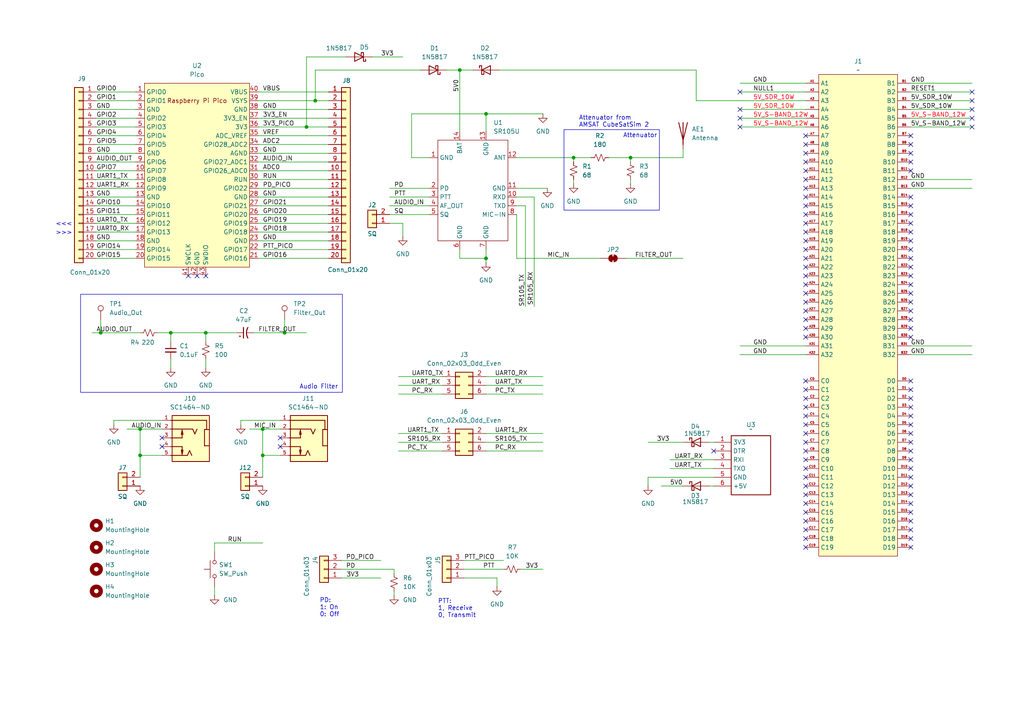
<source format=kicad_sch>
(kicad_sch (version 20250114) (generator "eeschema") (generator_version "9.0")
  (paper "A4")
  (rectangle (start 163.576 37.592) (end 191.262 60.96))
  (rectangle (start 23.368 85.344) (end 99.314 113.792))
  (text "PD:\n1: On\n0: Off" (at 92.71 176.276 0) (effects (font (size 1.27 1.27)) (justify left)))
  (text "Attenuator" (at 185.674 39.37 0) (effects (font (size 1.27 1.27))))
  (text "PTT: \n1, Receive\n0, Transmit" (at 127 176.53 0) (effects (font (size 1.27 1.27)) (justify left)))
  (text ">>>" (at 18.542 67.564 0) (effects (font (size 1.27 1.27))))
  (text "<<<" (at 18.542 65.024 0) (effects (font (size 1.27 1.27))))
  (text "Attenuator from \nAMSAT CubeSatSim 2" (at 167.894 35.306 0) (effects (font (size 1.27 1.27)) (justify left)))
  (text "Audio Filter" (at 92.456 112.268 0) (effects (font (size 1.27 1.27))))
  (junction (at 166.37 45.72))
  (junction (at 40.64 124.46))
  (junction (at 182.88 45.72))
  (junction (at 40.64 132.08))
  (junction (at 49.53 96.52))
  (junction (at 133.35 20.32))
  (junction (at 59.69 96.52))
  (junction (at 29.21 96.52))
  (junction (at 76.2 124.46))
  (junction (at 91.44 29.21))
  (junction (at 140.97 33.02))
  (junction (at 76.2 132.08))
  (junction (at 88.9 36.83))
  (junction (at 82.55 96.52))
  (junction (at 140.97 74.93))
  (no_connect (at 264.16 130.81))
  (no_connect (at 59.69 80.01))
  (no_connect (at 233.68 153.67))
  (no_connect (at 233.68 143.51))
  (no_connect (at 233.68 92.71))
  (no_connect (at 233.68 85.09))
  (no_connect (at 54.61 80.01))
  (no_connect (at 281.94 26.67))
  (no_connect (at 264.16 156.21))
  (no_connect (at 264.16 39.37))
  (no_connect (at 233.68 82.55))
  (no_connect (at 233.68 156.21))
  (no_connect (at 264.16 46.99))
  (no_connect (at 233.68 138.43))
  (no_connect (at 264.16 72.39))
  (no_connect (at 233.68 120.65))
  (no_connect (at 233.68 77.47))
  (no_connect (at 264.16 62.23))
  (no_connect (at 264.16 82.55))
  (no_connect (at 264.16 67.31))
  (no_connect (at 207.01 130.81))
  (no_connect (at 233.68 49.53))
  (no_connect (at 264.16 148.59))
  (no_connect (at 233.68 87.63))
  (no_connect (at 233.68 118.11))
  (no_connect (at 233.68 123.19))
  (no_connect (at 264.16 133.35))
  (no_connect (at 233.68 57.15))
  (no_connect (at 214.63 31.75))
  (no_connect (at 46.99 129.54))
  (no_connect (at 233.68 67.31))
  (no_connect (at 233.68 97.79))
  (no_connect (at 264.16 95.25))
  (no_connect (at 264.16 77.47))
  (no_connect (at 233.68 46.99))
  (no_connect (at 281.94 31.75))
  (no_connect (at 233.68 110.49))
  (no_connect (at 233.68 151.13))
  (no_connect (at 233.68 140.97))
  (no_connect (at 264.16 110.49))
  (no_connect (at 264.16 97.79))
  (no_connect (at 264.16 125.73))
  (no_connect (at 81.28 127))
  (no_connect (at 264.16 158.75))
  (no_connect (at 233.68 64.77))
  (no_connect (at 264.16 128.27))
  (no_connect (at 264.16 123.19))
  (no_connect (at 264.16 87.63))
  (no_connect (at 264.16 140.97))
  (no_connect (at 264.16 151.13))
  (no_connect (at 264.16 138.43))
  (no_connect (at 46.99 127))
  (no_connect (at 233.68 115.57))
  (no_connect (at 233.68 113.03))
  (no_connect (at 264.16 74.93))
  (no_connect (at 233.68 44.45))
  (no_connect (at 233.68 90.17))
  (no_connect (at 281.94 34.29))
  (no_connect (at 233.68 72.39))
  (no_connect (at 233.68 52.07))
  (no_connect (at 264.16 153.67))
  (no_connect (at 264.16 143.51))
  (no_connect (at 214.63 36.83))
  (no_connect (at 57.15 80.01))
  (no_connect (at 264.16 69.85))
  (no_connect (at 233.68 39.37))
  (no_connect (at 233.68 59.69))
  (no_connect (at 281.94 36.83))
  (no_connect (at 233.68 133.35))
  (no_connect (at 233.68 148.59))
  (no_connect (at 214.63 26.67))
  (no_connect (at 264.16 90.17))
  (no_connect (at 281.94 29.21))
  (no_connect (at 233.68 146.05))
  (no_connect (at 233.68 158.75))
  (no_connect (at 233.68 130.81))
  (no_connect (at 233.68 128.27))
  (no_connect (at 214.63 34.29))
  (no_connect (at 233.68 62.23))
  (no_connect (at 233.68 135.89))
  (no_connect (at 264.16 120.65))
  (no_connect (at 264.16 113.03))
  (no_connect (at 233.68 95.25))
  (no_connect (at 264.16 146.05))
  (no_connect (at 233.68 80.01))
  (no_connect (at 264.16 41.91))
  (no_connect (at 264.16 115.57))
  (no_connect (at 264.16 57.15))
  (no_connect (at 264.16 118.11))
  (no_connect (at 233.68 69.85))
  (no_connect (at 264.16 80.01))
  (no_connect (at 233.68 125.73))
  (no_connect (at 264.16 64.77))
  (no_connect (at 264.16 44.45))
  (no_connect (at 264.16 92.71))
  (no_connect (at 81.28 129.54))
  (no_connect (at 233.68 54.61))
  (no_connect (at 233.68 41.91))
  (no_connect (at 264.16 59.69))
  (no_connect (at 264.16 85.09))
  (no_connect (at 264.16 49.53))
  (no_connect (at 264.16 135.89))
  (no_connect (at 233.68 74.93))
  (wire (pts (xy 27.94 74.93) (xy 39.37 74.93)))
  (wire (pts (xy 59.69 96.52) (xy 59.69 99.06)))
  (wire (pts (xy 39.37 64.77) (xy 27.94 64.77)))
  (wire (pts (xy 82.55 96.52) (xy 88.9 96.52)))
  (wire (pts (xy 149.86 74.93) (xy 173.99 74.93)))
  (wire (pts (xy 134.62 165.1) (xy 146.05 165.1)))
  (wire (pts (xy 214.63 102.87) (xy 233.68 102.87)))
  (wire (pts (xy 187.96 138.43) (xy 187.96 140.97)))
  (wire (pts (xy 74.93 31.75) (xy 95.25 31.75)))
  (wire (pts (xy 214.63 36.83) (xy 233.68 36.83)))
  (wire (pts (xy 39.37 39.37) (xy 27.94 39.37)))
  (wire (pts (xy 176.53 45.72) (xy 182.88 45.72)))
  (wire (pts (xy 74.93 26.67) (xy 95.25 26.67)))
  (wire (pts (xy 74.93 62.23) (xy 95.25 62.23)))
  (wire (pts (xy 115.57 109.22) (xy 128.27 109.22)))
  (wire (pts (xy 140.97 109.22) (xy 157.48 109.22)))
  (wire (pts (xy 91.44 29.21) (xy 95.25 29.21)))
  (wire (pts (xy 74.93 29.21) (xy 91.44 29.21)))
  (wire (pts (xy 88.9 36.83) (xy 95.25 36.83)))
  (wire (pts (xy 166.37 45.72) (xy 171.45 45.72)))
  (wire (pts (xy 119.38 33.02) (xy 140.97 33.02)))
  (wire (pts (xy 27.94 31.75) (xy 39.37 31.75)))
  (wire (pts (xy 91.44 20.32) (xy 91.44 29.21)))
  (wire (pts (xy 49.53 96.52) (xy 59.69 96.52)))
  (wire (pts (xy 74.93 46.99) (xy 95.25 46.99)))
  (wire (pts (xy 74.93 74.93) (xy 95.25 74.93)))
  (wire (pts (xy 214.63 100.33) (xy 233.68 100.33)))
  (wire (pts (xy 40.64 124.46) (xy 46.99 124.46)))
  (wire (pts (xy 133.35 20.32) (xy 129.54 20.32)))
  (wire (pts (xy 264.16 102.87) (xy 281.94 102.87)))
  (wire (pts (xy 214.63 31.75) (xy 233.68 31.75)))
  (wire (pts (xy 264.16 52.07) (xy 281.94 52.07)))
  (wire (pts (xy 140.97 74.93) (xy 140.97 76.2)))
  (wire (pts (xy 82.55 92.71) (xy 82.55 96.52)))
  (wire (pts (xy 191.77 140.97) (xy 198.12 140.97)))
  (wire (pts (xy 114.3 165.1) (xy 114.3 166.37)))
  (wire (pts (xy 154.94 57.15) (xy 154.94 88.9)))
  (wire (pts (xy 81.28 132.08) (xy 76.2 132.08)))
  (wire (pts (xy 74.93 49.53) (xy 95.25 49.53)))
  (wire (pts (xy 205.74 140.97) (xy 207.01 140.97)))
  (wire (pts (xy 59.69 104.14) (xy 59.69 106.68)))
  (wire (pts (xy 121.92 20.32) (xy 91.44 20.32)))
  (wire (pts (xy 39.37 46.99) (xy 27.94 46.99)))
  (wire (pts (xy 119.38 45.72) (xy 119.38 33.02)))
  (wire (pts (xy 264.16 36.83) (xy 281.94 36.83)))
  (wire (pts (xy 140.97 128.27) (xy 157.48 128.27)))
  (wire (pts (xy 113.03 57.15) (xy 124.46 57.15)))
  (wire (pts (xy 152.4 59.69) (xy 149.86 59.69)))
  (wire (pts (xy 74.93 69.85) (xy 95.25 69.85)))
  (wire (pts (xy 264.16 31.75) (xy 281.94 31.75)))
  (wire (pts (xy 181.61 74.93) (xy 198.12 74.93)))
  (wire (pts (xy 39.37 67.31) (xy 27.94 67.31)))
  (wire (pts (xy 62.23 157.48) (xy 76.2 157.48)))
  (wire (pts (xy 39.37 54.61) (xy 27.94 54.61)))
  (wire (pts (xy 29.21 92.71) (xy 29.21 96.52)))
  (wire (pts (xy 214.63 24.13) (xy 233.68 24.13)))
  (wire (pts (xy 115.57 125.73) (xy 128.27 125.73)))
  (wire (pts (xy 198.12 43.18) (xy 198.12 45.72)))
  (wire (pts (xy 27.94 57.15) (xy 39.37 57.15)))
  (wire (pts (xy 40.64 132.08) (xy 40.64 124.46)))
  (wire (pts (xy 140.97 114.3) (xy 157.48 114.3)))
  (wire (pts (xy 39.37 36.83) (xy 27.94 36.83)))
  (wire (pts (xy 69.85 123.19) (xy 69.85 121.92)))
  (wire (pts (xy 214.63 26.67) (xy 233.68 26.67)))
  (wire (pts (xy 74.93 54.61) (xy 95.25 54.61)))
  (wire (pts (xy 39.37 34.29) (xy 27.94 34.29)))
  (wire (pts (xy 264.16 54.61) (xy 281.94 54.61)))
  (wire (pts (xy 144.145 167.64) (xy 144.145 170.18)))
  (wire (pts (xy 107.95 16.51) (xy 116.84 16.51)))
  (wire (pts (xy 149.86 45.72) (xy 166.37 45.72)))
  (wire (pts (xy 187.96 128.27) (xy 198.12 128.27)))
  (wire (pts (xy 26.67 96.52) (xy 29.21 96.52)))
  (wire (pts (xy 74.93 36.83) (xy 88.9 36.83)))
  (wire (pts (xy 27.94 44.45) (xy 39.37 44.45)))
  (wire (pts (xy 264.16 34.29) (xy 281.94 34.29)))
  (wire (pts (xy 39.37 52.07) (xy 27.94 52.07)))
  (wire (pts (xy 140.97 111.76) (xy 157.48 111.76)))
  (wire (pts (xy 74.93 52.07) (xy 95.25 52.07)))
  (wire (pts (xy 201.93 29.21) (xy 233.68 29.21)))
  (wire (pts (xy 113.03 64.77) (xy 116.84 64.77)))
  (wire (pts (xy 59.69 96.52) (xy 68.58 96.52)))
  (wire (pts (xy 69.85 121.92) (xy 81.28 121.92)))
  (wire (pts (xy 140.97 125.73) (xy 157.48 125.73)))
  (wire (pts (xy 27.94 69.85) (xy 39.37 69.85)))
  (wire (pts (xy 140.97 130.81) (xy 157.48 130.81)))
  (wire (pts (xy 62.23 160.02) (xy 62.23 157.48)))
  (wire (pts (xy 264.16 26.67) (xy 281.94 26.67)))
  (wire (pts (xy 149.86 74.93) (xy 149.86 62.23)))
  (wire (pts (xy 182.88 45.72) (xy 182.88 46.99)))
  (wire (pts (xy 264.16 100.33) (xy 281.94 100.33)))
  (wire (pts (xy 157.48 33.02) (xy 140.97 33.02)))
  (wire (pts (xy 29.21 96.52) (xy 40.64 96.52)))
  (wire (pts (xy 27.94 72.39) (xy 39.37 72.39)))
  (wire (pts (xy 39.37 41.91) (xy 27.94 41.91)))
  (wire (pts (xy 40.64 132.08) (xy 40.64 138.43)))
  (wire (pts (xy 46.99 132.08) (xy 40.64 132.08)))
  (wire (pts (xy 113.03 54.61) (xy 124.46 54.61)))
  (wire (pts (xy 264.16 24.13) (xy 281.94 24.13)))
  (wire (pts (xy 113.03 59.69) (xy 124.46 59.69)))
  (wire (pts (xy 39.37 59.69) (xy 27.94 59.69)))
  (wire (pts (xy 110.49 167.64) (xy 99.06 167.64)))
  (wire (pts (xy 133.35 74.93) (xy 140.97 74.93)))
  (wire (pts (xy 49.53 104.14) (xy 49.53 106.68)))
  (wire (pts (xy 205.74 128.27) (xy 207.01 128.27)))
  (wire (pts (xy 194.31 135.89) (xy 207.01 135.89)))
  (wire (pts (xy 72.39 124.46) (xy 76.2 124.46)))
  (wire (pts (xy 264.16 29.21) (xy 281.94 29.21)))
  (wire (pts (xy 115.57 128.27) (xy 128.27 128.27)))
  (wire (pts (xy 214.63 34.29) (xy 233.68 34.29)))
  (wire (pts (xy 201.93 20.32) (xy 201.93 29.21)))
  (wire (pts (xy 27.94 29.21) (xy 39.37 29.21)))
  (wire (pts (xy 74.93 72.39) (xy 95.25 72.39)))
  (wire (pts (xy 207.01 133.35) (xy 194.31 133.35)))
  (wire (pts (xy 182.88 45.72) (xy 198.12 45.72)))
  (wire (pts (xy 74.93 64.77) (xy 95.25 64.77)))
  (wire (pts (xy 149.86 54.61) (xy 158.75 54.61)))
  (wire (pts (xy 152.4 59.69) (xy 152.4 88.9)))
  (wire (pts (xy 201.93 20.32) (xy 144.78 20.32)))
  (wire (pts (xy 207.01 138.43) (xy 187.96 138.43)))
  (wire (pts (xy 114.3 171.45) (xy 114.3 172.72)))
  (wire (pts (xy 133.35 72.39) (xy 133.35 74.93)))
  (wire (pts (xy 166.37 45.72) (xy 166.37 46.99)))
  (wire (pts (xy 33.02 121.92) (xy 33.02 123.19)))
  (wire (pts (xy 133.35 20.32) (xy 133.35 38.1)))
  (wire (pts (xy 62.23 170.18) (xy 62.23 172.72)))
  (wire (pts (xy 76.2 124.46) (xy 81.28 124.46)))
  (wire (pts (xy 166.37 52.07) (xy 166.37 53.34)))
  (wire (pts (xy 74.93 39.37) (xy 95.25 39.37)))
  (wire (pts (xy 124.46 45.72) (xy 119.38 45.72)))
  (wire (pts (xy 74.93 34.29) (xy 95.25 34.29)))
  (wire (pts (xy 113.03 62.23) (xy 124.46 62.23)))
  (wire (pts (xy 76.2 132.08) (xy 76.2 124.46)))
  (wire (pts (xy 157.48 165.1) (xy 151.13 165.1)))
  (wire (pts (xy 46.99 121.92) (xy 33.02 121.92)))
  (wire (pts (xy 74.93 57.15) (xy 95.25 57.15)))
  (wire (pts (xy 182.88 52.07) (xy 182.88 53.34)))
  (wire (pts (xy 140.97 72.39) (xy 140.97 74.93)))
  (wire (pts (xy 76.2 132.08) (xy 76.2 138.43)))
  (wire (pts (xy 99.06 165.1) (xy 114.3 165.1)))
  (wire (pts (xy 36.83 124.46) (xy 40.64 124.46)))
  (wire (pts (xy 134.62 162.56) (xy 146.05 162.56)))
  (wire (pts (xy 27.94 26.67) (xy 39.37 26.67)))
  (wire (pts (xy 100.33 16.51) (xy 88.9 16.51)))
  (wire (pts (xy 115.57 111.76) (xy 128.27 111.76)))
  (wire (pts (xy 74.93 67.31) (xy 95.25 67.31)))
  (wire (pts (xy 49.53 96.52) (xy 49.53 99.06)))
  (wire (pts (xy 74.93 41.91) (xy 95.25 41.91)))
  (wire (pts (xy 115.57 114.3) (xy 128.27 114.3)))
  (wire (pts (xy 140.97 33.02) (xy 140.97 38.1)))
  (wire (pts (xy 88.9 16.51) (xy 88.9 36.83)))
  (wire (pts (xy 74.93 44.45) (xy 95.25 44.45)))
  (wire (pts (xy 134.62 167.64) (xy 144.145 167.64)))
  (wire (pts (xy 149.86 57.15) (xy 154.94 57.15)))
  (wire (pts (xy 39.37 49.53) (xy 27.94 49.53)))
  (wire (pts (xy 116.84 64.77) (xy 116.84 68.58)))
  (wire (pts (xy 137.16 20.32) (xy 133.35 20.32)))
  (wire (pts (xy 115.57 130.81) (xy 128.27 130.81)))
  (wire (pts (xy 110.49 162.56) (xy 99.06 162.56)))
  (wire (pts (xy 73.66 96.52) (xy 82.55 96.52)))
  (wire (pts (xy 45.72 96.52) (xy 49.53 96.52)))
  (wire (pts (xy 74.93 59.69) (xy 95.25 59.69)))
  (wire (pts (xy 39.37 62.23) (xy 27.94 62.23)))
  (label "GND" (at 264.16 54.61 0))
  (label "GND" (at 27.94 31.75 0))
  (label "GND" (at 27.94 57.15 0))
  (label "GPIO4" (at 27.94 39.37 0))
  (label "GND" (at 27.94 44.45 0))
  (label "GPIO7" (at 27.94 49.53 0))
  (label "GPIO20" (at 76.2 62.23 0))
  (label "5V0" (at 194.31 140.97 0))
  (label "PC_TX" (at 143.51 114.3 0))
  (label "SR105_TX" (at 152.4 88.9 90))
  (label "UART1_TX" (at 118.11 125.73 0))
  (label "UART1_TX" (at 27.94 52.07 0))
  (label "UART_TX" (at 143.51 111.76 0))
  (label "GPIO21" (at 76.2 59.69 0))
  (label "MIC_IN" (at 73.66 124.46 0))
  (label "5V_SDR_10W" (at 264.16 31.75 0))
  (label "SR105_TX" (at 143.51 128.27 0))
  (label "VBUS" (at 76.2 26.67 0))
  (label "PD_PICO" (at 100.33 162.56 0))
  (label "5V0" (at 133.35 26.67 90))
  (label "GPIO15" (at 27.94 74.93 0))
  (label "5V_SDR_10W" (at 218.44 29.21 0))
  (label "3V3" (at 190.5 128.27 0))
  (label "5V_S-BAND_12W" (at 218.44 36.83 0))
  (label "PTT" (at 143.51 165.1 180))
  (label "RUN" (at 66.04 157.48 0))
  (label "GPIO19" (at 76.2 64.77 0))
  (label "FILTER_OUT" (at 184.15 74.93 0))
  (label "AUDIO_OUT" (at 27.94 96.52 0))
  (label "UART0_TX" (at 119.38 109.22 0))
  (label "SR105_RX" (at 154.94 78.74 270))
  (label "VREF" (at 76.2 39.37 0))
  (label "GND" (at 264.16 52.07 0))
  (label "GND" (at 218.44 24.13 0))
  (label "AUDIO_OUT" (at 27.94 46.99 0))
  (label "PC_RX" (at 119.38 114.3 0))
  (label "GND" (at 264.16 102.87 0))
  (label "MIC_IN" (at 158.75 74.93 0))
  (label "GND" (at 76.2 57.15 0))
  (label "UART1_RX" (at 143.51 125.73 0))
  (label "GPIO1" (at 27.94 29.21 0))
  (label "GND" (at 76.2 31.75 0))
  (label "PTT" (at 114.3 57.15 0))
  (label "PC_RX" (at 143.51 130.81 0))
  (label "SR105_RX" (at 118.11 128.27 0))
  (label "FILTER_OUT" (at 74.93 96.52 0))
  (label "PD" (at 114.3 54.61 0))
  (label "3V3_EN" (at 76.2 34.29 0))
  (label "ADC2" (at 76.2 41.91 0))
  (label "PTT_PICO" (at 134.62 162.56 0))
  (label "UART0_RX" (at 143.51 109.22 0))
  (label "ADC0" (at 76.2 49.53 0))
  (label "AUDIO_IN" (at 114.3 59.69 0))
  (label "SQ" (at 114.3 62.23 0))
  (label "PC_TX" (at 118.11 130.81 0))
  (label "5V_S-BAND_12W" (at 218.44 34.29 0))
  (label "PTT_PICO" (at 76.2 72.39 0))
  (label "5V_SDR_10W" (at 218.44 31.75 0))
  (label "3V3" (at 152.4 165.1 0))
  (label "GPIO2" (at 27.94 34.29 0))
  (label "GPIO0" (at 27.94 26.67 0))
  (label "AUDIO_IN" (at 76.2 46.99 0))
  (label "UART_RX" (at 195.58 133.35 0))
  (label "3V3_PICO" (at 76.2 36.83 0))
  (label "RESET1" (at 264.16 26.67 0))
  (label "PD" (at 100.33 165.1 0))
  (label "5V_S-BAND_12W" (at 264.16 34.29 0))
  (label "GND" (at 218.44 102.87 0))
  (label "GPIO14" (at 27.94 72.39 0))
  (label "GPIO3" (at 27.94 36.83 0))
  (label "GND" (at 218.44 100.33 0))
  (label "UART0_TX" (at 27.94 64.77 0))
  (label "PD_PICO" (at 76.2 54.61 0))
  (label "5V_S-BAND_12W" (at 264.16 36.83 0))
  (label "UART_TX" (at 195.58 135.89 0))
  (label "5V_SDR_10W" (at 264.16 29.21 0))
  (label "GPIO16" (at 76.2 74.93 0))
  (label "NULL1" (at 218.44 26.67 0))
  (label "3V3" (at 104.14 167.64 180))
  (label "GND" (at 264.16 100.33 0))
  (label "GND" (at 264.16 24.13 0))
  (label "3V3" (at 110.49 16.51 0))
  (label "AUDIO_IN" (at 38.1 124.46 0))
  (label "RUN" (at 76.2 52.07 0))
  (label "GPIO11" (at 27.94 62.23 0))
  (label "UART_RX" (at 119.38 111.76 0))
  (label "GND" (at 76.2 44.45 0))
  (label "GPIO18" (at 76.2 67.31 0))
  (label "GPIO5" (at 27.94 41.91 0))
  (label "UART0_RX" (at 27.94 67.31 0))
  (label "GND" (at 76.2 69.85 0))
  (label "GPIO10" (at 27.94 59.69 0))
  (label "GND" (at 27.94 69.85 0))
  (label "UART1_RX" (at 27.94 54.61 0))
  (symbol (lib_id "Jumper:SolderJumper_2_Bridged") (at 177.8 74.93 0) (unit 1) (in_bom no)
    (property "Reference" "JP2" (at 177.8 72.39 0))
    (property "Value" "SolderJumper_2_Bridged" (effects (hide yes)))
    (property "Footprint" "AMSAT:SolderJumper-2_P1.3mm_Bridged_Pad1.0x1.5mm" (effects (hide yes)))
    (property "Description" "Solder Jumper, 2-pole, closed/bridged" (effects (hide yes)))
  )
  (symbol (lib_id "Diode:1N5817") (at 201.93 128.27 0) (unit 1)
    (property "Reference" "D4" (at 201.676 123.698 0))
    (property "Value" "1N5817" (at 202.184 125.73 0))
    (property "Footprint" "AMSAT:Diode_TH" (effects (hide yes)))
    (property "Datasheet" "http://www.vishay.com/docs/88525/1n5817.pdf" (effects (hide yes)))
    (property "Description" "20V 1A Schottky Barrier Rectifier Diode, DO-41" (effects (hide yes)))
  )
  (symbol (lib_id "Mechanical:MountingHole") (at 27.94 152.4 0) (unit 1)
    (property "Reference" "H1" (at 30.48 151.1299 0) (effects (justify left)))
    (property "Value" "MountingHole" (at 30.48 153.6699 0) (effects (justify left)))
    (property "Footprint" "AMSAT:MountingHole_3.2mm_M3_Pad_Via" (effects (hide yes)))
    (property "Description" "Mounting Hole without connection" (effects (hide yes)))
  )
  (symbol (lib_id "VST104:PC104") (at 237.49 161.29 0) (unit 1)
    (property "Reference" "J1" (at 248.92 17.78 0))
    (property "Value" "~" (at 248.92 20.32 0))
    (property "Footprint" "Basic:PC104_16bit_Connector" (effects (hide yes)))
  )
  (symbol (lib_id "power:GND") (at 49.53 106.68 0) (mirror y) (unit 1)
    (property "Reference" "#PWR011" (effects (hide yes)))
    (property "Value" "GND" (at 49.53 111.76 0))
    (property "Description" "Power symbol creates a global label with name \"GND\" , ground" (effects (hide yes)))
  )
  (symbol (lib_id "Diode:1N5817") (at 125.73 20.32 180) (unit 1)
    (property "Reference" "D1" (at 126.0475 13.97 0))
    (property "Value" "1N5817" (at 126.0475 16.51 0))
    (property "Footprint" "Diode_THT:D_DO-41_SOD81_P10.16mm_Horizontal" (effects (hide yes)))
    (property "Datasheet" "http://www.vishay.com/docs/88525/1n5817.pdf" (effects (hide yes)))
    (property "Description" "20V 1A Schottky Barrier Rectifier Diode, DO-41" (effects (hide yes)))
  )
  (symbol (lib_id "Connector:TestPoint") (at 29.21 92.71 0) (unit 1)
    (property "Reference" "TP1" (at 31.75 88.1379 0) (effects (justify left)))
    (property "Value" "Audio_Out" (at 31.75 90.6779 0) (effects (justify left)))
    (property "Footprint" "AMSAT:TestPoint_THTPad_D1.5mm_Drill0.7mm" (effects (hide yes)))
    (property "Description" "test point" (effects (hide yes)))
  )
  (symbol (lib_id "AMSAT:Pico") (at 57.15 50.8 0) (unit 1)
    (property "Reference" "U2" (at 57.15 19.05 0))
    (property "Value" "Pico" (at 57.15 21.59 0))
    (property "Footprint" "AMSAT:RPi_Pico_TH" (effects (hide yes)))
  )
  (symbol (lib_id "power:GND") (at 40.64 140.97 0) (mirror y) (unit 1)
    (property "Reference" "#PWR07" (effects (hide yes)))
    (property "Value" "GND" (at 40.64 146.05 0))
    (property "Description" "Power symbol creates a global label with name \"GND\" , ground" (effects (hide yes)))
  )
  (symbol (lib_id "power:GND") (at 62.23 172.72 0) (mirror y) (unit 1)
    (property "Reference" "#PWR016" (effects (hide yes)))
    (property "Value" "GND" (at 64.77 173.9899 0) (effects (justify right)))
    (property "Description" "Power symbol creates a global label with name \"GND\" , ground" (effects (hide yes)))
  )
  (symbol (lib_id "Connector_Generic:Conn_01x20") (at 22.86 49.53 0) (mirror y) (unit 1)
    (property "Reference" "J9" (at 24.892 22.86 0) (effects (justify left)))
    (property "Value" "Conn_01x20" (at 32.004 78.994 0) (effects (justify left)))
    (property "Footprint" "Connector_PinHeader_2.54mm:PinHeader_1x20_P2.54mm_Vertical" (effects (hide yes)))
    (property "Description" "Generic connector, single row, 01x20, script generated (kicad-library-utils/schlib/autogen/connector/)" (effects (hide yes)))
  )
  (symbol (lib_id "Device:R_Small_US") (at 182.88 49.53 0) (unit 1)
    (property "Reference" "R3" (at 185.42 48.2599 0) (effects (justify left)))
    (property "Value" "68" (at 185.42 50.7999 0) (effects (justify left)))
    (property "Footprint" "Resistor_SMD:R_1206_3216Metric" (effects (hide yes)))
    (property "Description" "Resistor, small US symbol" (effects (hide yes)))
  )
  (symbol (lib_id "power:GND") (at 144.145 170.18 0) (mirror y) (unit 1)
    (property "Reference" "#PWR014" (effects (hide yes)))
    (property "Value" "GND" (at 144.145 175.26 0))
    (property "Description" "Power symbol creates a global label with name \"GND\" , ground" (effects (hide yes)))
  )
  (symbol (lib_id "Connector_Generic:Conn_01x03") (at 129.54 165.1 180) (unit 1)
    (property "Reference" "J5" (at 127 161.29 90) (effects (justify left)))
    (property "Value" "Conn_01x03" (at 124.46 161.29 90) (effects (justify left)))
    (property "Footprint" "Connector_PinHeader_2.54mm:PinHeader_1x03_P2.54mm_Vertical" (effects (hide yes)))
    (property "Description" "Generic connector, single row, 01x03, script generated (kicad-library-utils/schlib/autogen/connector/)" (effects (hide yes)))
  )
  (symbol (lib_id "power:GND") (at 116.84 68.58 0) (unit 1)
    (property "Reference" "#PWR06" (effects (hide yes)))
    (property "Value" "GND" (at 116.84 73.66 0))
    (property "Description" "Power symbol creates a global label with name \"GND\" , ground" (effects (hide yes)))
  )
  (symbol (lib_id "Connector_Generic:Conn_01x20") (at 100.33 49.53 0) (unit 1)
    (property "Reference" "J8" (at 99.314 23.368 0) (effects (justify left)))
    (property "Value" "Conn_01x20" (at 94.996 78.232 0) (effects (justify left)))
    (property "Footprint" "Connector_PinHeader_2.54mm:PinHeader_1x20_P2.54mm_Vertical" (effects (hide yes)))
    (property "Description" "Generic connector, single row, 01x20, script generated (kicad-library-utils/schlib/autogen/connector/)" (effects (hide yes)))
  )
  (symbol (lib_id "power:GND") (at 33.02 123.19 0) (mirror y) (unit 1)
    (property "Reference" "#PWR09" (effects (hide yes)))
    (property "Value" "GND" (at 33.02 128.27 0))
    (property "Description" "Power symbol creates a global label with name \"GND\" , ground" (effects (hide yes)))
  )
  (symbol (lib_id "power:GND") (at 182.88 53.34 0) (unit 1)
    (property "Reference" "#PWR02" (effects (hide yes)))
    (property "Value" "GND" (at 182.88 58.42 0))
    (property "Description" "Power symbol creates a global label with name \"GND\" , ground" (effects (hide yes)))
  )
  (symbol (lib_id "Device:Antenna") (at 198.12 38.1 0) (unit 1)
    (property "Reference" "AE1" (at 200.66 37.4649 0) (effects (justify left)))
    (property "Value" "Antenna" (at 200.66 40.0049 0) (effects (justify left)))
    (property "Footprint" "Connector_Coaxial:SMA_Amphenol_901-144_Vertical" (effects (hide yes)))
    (property "Description" "Antenna" (effects (hide yes)))
  )
  (symbol (lib_id "power:GND") (at 157.48 33.02 0) (unit 1)
    (property "Reference" "#PWR05" (effects (hide yes)))
    (property "Value" "GND" (at 157.48 38.1 0))
    (property "Description" "Power symbol creates a global label with name \"GND\" , ground" (effects (hide yes)))
  )
  (symbol (lib_id "Device:R_Small_US") (at 173.99 45.72 90) (unit 1)
    (property "Reference" "R2" (at 173.99 39.37 90))
    (property "Value" "180" (at 173.99 41.91 90))
    (property "Footprint" "Resistor_SMD:R_1206_3216Metric" (effects (hide yes)))
    (property "Description" "Resistor, small US symbol" (effects (hide yes)))
  )
  (symbol (lib_id "Diode:1N5817") (at 201.93 140.97 0) (unit 1)
    (property "Reference" "D3" (at 201.676 143.764 0))
    (property "Value" "1N5817" (at 201.676 145.542 0))
    (property "Footprint" "Diode_THT:D_DO-41_SOD81_P10.16mm_Horizontal" (effects (hide yes)))
    (property "Datasheet" "http://www.vishay.com/docs/88525/1n5817.pdf" (effects (hide yes)))
    (property "Description" "20V 1A Schottky Barrier Rectifier Diode, DO-41" (effects (hide yes)))
  )
  (symbol (lib_id "AMSAT:SR105U") (at 132.08 45.72 0) (unit 1)
    (property "Reference" "U1" (at 143.1133 35.56 0) (effects (justify left)))
    (property "Value" "SR105U" (at 143.1133 38.1 0) (effects (justify left)))
    (property "Footprint" "AMSAT:SR105U" (effects (hide yes)))
  )
  (symbol (lib_id "Device:R_Small_US") (at 59.69 101.6 180) (unit 1)
    (property "Reference" "R5" (at 62.23 100.3299 0) (effects (justify right)))
    (property "Value" "100" (at 62.23 102.8699 0) (effects (justify right)))
    (property "Footprint" "Resistor_THT:R_Axial_DIN0207_L6.3mm_D2.5mm_P7.62mm_Horizontal" (effects (hide yes)))
    (property "Description" "Resistor, small US symbol" (effects (hide yes)))
  )
  (symbol (lib_id "Connector_Generic:Conn_02x03_Odd_Even") (at 133.35 111.76 0) (unit 1)
    (property "Reference" "J3" (at 134.62 102.87 0))
    (property "Value" "Conn_02x03_Odd_Even" (at 134.62 105.41 0))
    (property "Footprint" "Connector_PinHeader_2.54mm:PinHeader_2x03_P2.54mm_Vertical" (effects (hide yes)))
    (property "Description" "Generic connector, double row, 02x03, odd/even pin numbering scheme (row 1 odd numbers, row 2 even numbers), script generated (kicad-library-utils/schlib/autogen/connector/)" (effects (hide yes)))
  )
  (symbol (lib_id "Device:R_Small_US") (at 166.37 49.53 0) (unit 1)
    (property "Reference" "R1" (at 168.91 48.2599 0) (effects (justify left)))
    (property "Value" "68" (at 168.91 50.7999 0) (effects (justify left)))
    (property "Footprint" "Resistor_SMD:R_1206_3216Metric" (effects (hide yes)))
    (property "Description" "Resistor, small US symbol" (effects (hide yes)))
  )
  (symbol (lib_id "Device:R_Small_US") (at 114.3 168.91 180) (unit 1)
    (property "Reference" "R6" (at 116.84 167.6399 0) (effects (justify right)))
    (property "Value" "10K" (at 116.84 170.1799 0) (effects (justify right)))
    (property "Footprint" "Resistor_THT:R_Axial_DIN0207_L6.3mm_D2.5mm_P7.62mm_Horizontal" (effects (hide yes)))
    (property "Description" "Resistor, small US symbol" (effects (hide yes)))
  )
  (symbol (lib_id "power:GND") (at 140.97 76.2 0) (unit 1)
    (property "Reference" "#PWR04" (effects (hide yes)))
    (property "Value" "GND" (at 140.97 81.28 0))
    (property "Description" "Power symbol creates a global label with name \"GND\" , ground" (effects (hide yes)))
  )
  (symbol (lib_id "Basic:USB_UART_Module") (at 223.52 133.35 0) (mirror y) (unit 1)
    (property "Reference" "U3" (at 217.805 123.19 0))
    (property "Value" "~" (at 217.805 124.46 0))
    (property "Footprint" "AMSAT:USB_UART_Module_New" (effects (hide yes)))
  )
  (symbol (lib_id "Mechanical:MountingHole") (at 27.94 165.1 0) (unit 1)
    (property "Reference" "H3" (at 30.48 163.8299 0) (effects (justify left)))
    (property "Value" "MountingHole" (at 30.48 166.3699 0) (effects (justify left)))
    (property "Footprint" "AMSAT:MountingHole_3.2mm_M3_Pad_Via" (effects (hide yes)))
    (property "Description" "Mounting Hole without connection" (effects (hide yes)))
  )
  (symbol (lib_id "Connector_Generic:Conn_01x02") (at 35.56 140.97 180) (unit 1)
    (property "Reference" "J7" (at 35.56 135.636 0))
    (property "Value" "SQ" (at 35.56 144.018 0))
    (property "Footprint" "Connector_PinHeader_2.54mm:PinHeader_1x02_P2.54mm_Vertical" (effects (hide yes)))
    (property "Description" "Generic connector, single row, 01x02, script generated (kicad-library-utils/schlib/autogen/connector/)" (effects (hide yes)))
  )
  (symbol (lib_id "power:GND") (at 114.3 172.72 0) (mirror y) (unit 1)
    (property "Reference" "#PWR013" (effects (hide yes)))
    (property "Value" "GND" (at 116.84 173.9899 0) (effects (justify right)))
    (property "Description" "Power symbol creates a global label with name \"GND\" , ground" (effects (hide yes)))
  )
  (symbol (lib_id "power:GND") (at 166.37 53.34 0) (unit 1)
    (property "Reference" "#PWR01" (effects (hide yes)))
    (property "Value" "GND" (at 166.37 58.42 0))
    (property "Description" "Power symbol creates a global label with name \"GND\" , ground" (effects (hide yes)))
  )
  (symbol (lib_id "Device:C_Polarized_Small_US") (at 71.12 96.52 90) (unit 1)
    (property "Reference" "C2" (at 70.6882 90.17 90))
    (property "Value" "47uF" (at 70.6882 92.71 90))
    (property "Footprint" "Capacitor_THT:CP_Radial_D5.0mm_P2.00mm" (effects (hide yes)))
    (property "Description" "Polarized capacitor, small US symbol" (effects (hide yes)))
  )
  (symbol (lib_id "AMSAT:SC1464-ND") (at 54.61 127 0) (mirror y) (unit 1)
    (property "Reference" "J10" (at 55.124 115.57 0))
    (property "Value" "SC1464-ND" (at 55.124 118.11 0))
    (property "Footprint" "Basic:Jack_3.5mm_CUI_SJ1-3525N_Horizontal" (effects (hide yes)))
    (property "MAXIMUM_PACKAGE_HIEGHT" "6.1214mm" (effects (hide yes)))
    (property "MANUFACTURER" "Switchcraft Inc." (effects (hide yes)))
  )
  (symbol (lib_id "Connector_Generic:Conn_01x02") (at 71.12 140.97 180) (unit 1)
    (property "Reference" "J12" (at 71.12 135.636 0))
    (property "Value" "SQ" (at 71.12 144.018 0))
    (property "Footprint" "Connector_PinHeader_2.54mm:PinHeader_1x02_P2.54mm_Vertical" (effects (hide yes)))
    (property "Description" "Generic connector, single row, 01x02, script generated (kicad-library-utils/schlib/autogen/connector/)" (effects (hide yes)))
  )
  (symbol (lib_id "Connector:TestPoint") (at 82.55 92.71 0) (unit 1)
    (property "Reference" "TP2" (at 85.09 88.1379 0) (effects (justify left)))
    (property "Value" "Filter_Out" (at 85.09 90.6779 0) (effects (justify left)))
    (property "Footprint" "AMSAT:TestPoint_THTPad_D1.5mm_Drill0.7mm" (effects (hide yes)))
    (property "Description" "test point" (effects (hide yes)))
  )
  (symbol (lib_id "power:GND") (at 59.69 106.68 0) (mirror y) (unit 1)
    (property "Reference" "#PWR012" (effects (hide yes)))
    (property "Value" "GND" (at 59.69 111.76 0))
    (property "Description" "Power symbol creates a global label with name \"GND\" , ground" (effects (hide yes)))
  )
  (symbol (lib_id "Mechanical:MountingHole") (at 27.94 158.75 0) (unit 1)
    (property "Reference" "H2" (at 30.48 157.4799 0) (effects (justify left)))
    (property "Value" "MountingHole" (at 30.48 160.0199 0) (effects (justify left)))
    (property "Footprint" "AMSAT:MountingHole_3.2mm_M3_Pad_Via" (effects (hide yes)))
    (property "Description" "Mounting Hole without connection" (effects (hide yes)))
  )
  (symbol (lib_id "power:GND") (at 76.2 140.97 0) (mirror y) (unit 1)
    (property "Reference" "#PWR015" (effects (hide yes)))
    (property "Value" "GND" (at 76.2 146.05 0))
    (property "Description" "Power symbol creates a global label with name \"GND\" , ground" (effects (hide yes)))
  )
  (symbol (lib_id "Diode:1N5817") (at 140.97 20.32 0) (unit 1)
    (property "Reference" "D2" (at 140.6525 13.97 0))
    (property "Value" "1N5817" (at 140.6525 16.51 0))
    (property "Footprint" "Diode_THT:D_DO-41_SOD81_P10.16mm_Horizontal" (effects (hide yes)))
    (property "Datasheet" "http://www.vishay.com/docs/88525/1n5817.pdf" (effects (hide yes)))
    (property "Description" "20V 1A Schottky Barrier Rectifier Diode, DO-41" (effects (hide yes)))
  )
  (symbol (lib_id "Mechanical:MountingHole") (at 27.94 171.45 0) (unit 1)
    (property "Reference" "H4" (at 30.48 170.1799 0) (effects (justify left)))
    (property "Value" "MountingHole" (at 30.48 172.7199 0) (effects (justify left)))
    (property "Footprint" "AMSAT:MountingHole_3.2mm_M3_Pad_Via" (effects (hide yes)))
    (property "Description" "Mounting Hole without connection" (effects (hide yes)))
  )
  (symbol (lib_id "Connector_Generic:Conn_01x02") (at 107.95 64.77 180) (unit 1)
    (property "Reference" "J2" (at 107.95 59.436 0))
    (property "Value" "SQ" (at 107.95 67.818 0))
    (property "Footprint" "Connector_PinHeader_2.54mm:PinHeader_1x02_P2.54mm_Vertical" (effects (hide yes)))
    (property "Description" "Generic connector, single row, 01x02, script generated (kicad-library-utils/schlib/autogen/connector/)" (effects (hide yes)))
  )
  (symbol (lib_id "Device:C_Small") (at 49.53 101.6 0) (unit 1)
    (property "Reference" "C1" (at 52.07 100.3362 0) (effects (justify left)))
    (property "Value" "0.1uF" (at 52.07 102.8762 0) (effects (justify left)))
    (property "Footprint" "Capacitor_THT:C_Disc_D4.7mm_W2.5mm_P5.00mm" (effects (hide yes)))
    (property "Description" "Unpolarized capacitor, small symbol" (effects (hide yes)))
  )
  (symbol (lib_id "Connector_Generic:Conn_02x03_Odd_Even") (at 133.35 128.27 0) (unit 1)
    (property "Reference" "J6" (at 134.62 119.38 0))
    (property "Value" "Conn_02x03_Odd_Even" (at 134.62 121.92 0))
    (property "Footprint" "Connector_PinHeader_2.54mm:PinHeader_2x03_P2.54mm_Vertical" (effects (hide yes)))
    (property "Description" "Generic connector, double row, 02x03, odd/even pin numbering scheme (row 1 odd numbers, row 2 even numbers), script generated (kicad-library-utils/schlib/autogen/connector/)" (effects (hide yes)))
  )
  (symbol (lib_id "Diode:1N5817") (at 104.14 16.51 180) (unit 1)
    (property "Reference" "D5" (at 105.664 13.716 0))
    (property "Value" "1N5817" (at 98.298 13.97 0))
    (property "Footprint" "AMSAT:Diode_TH" (effects (hide yes)))
    (property "Datasheet" "http://www.vishay.com/docs/88525/1n5817.pdf" (effects (hide yes)))
    (property "Description" "20V 1A Schottky Barrier Rectifier Diode, DO-41" (effects (hide yes)))
  )
  (symbol (lib_id "Connector_Generic:Conn_01x03") (at 93.98 165.1 180) (unit 1)
    (property "Reference" "J4" (at 91.44 161.29 90) (effects (justify left)))
    (property "Value" "Conn_01x03" (at 88.9 161.29 90) (effects (justify left)))
    (property "Footprint" "Connector_PinHeader_2.54mm:PinHeader_1x03_P2.54mm_Vertical" (effects (hide yes)))
    (property "Description" "Generic connector, single row, 01x03, script generated (kicad-library-utils/schlib/autogen/connector/)" (effects (hide yes)))
  )
  (symbol (lib_id "power:GND") (at 69.85 123.19 0) (mirror y) (unit 1)
    (property "Reference" "#PWR010" (effects (hide yes)))
    (property "Value" "GND" (at 69.85 128.27 0))
    (property "Description" "Power symbol creates a global label with name \"GND\" , ground" (effects (hide yes)))
  )
  (symbol (lib_id "power:GND") (at 158.75 54.61 0) (unit 1)
    (property "Reference" "#PWR03" (effects (hide yes)))
    (property "Value" "GND" (at 158.75 59.69 0))
    (property "Description" "Power symbol creates a global label with name \"GND\" , ground" (effects (hide yes)))
  )
  (symbol (lib_id "AMSAT:SC1464-ND") (at 88.9 127 0) (mirror y) (unit 1)
    (property "Reference" "J11" (at 89.414 115.57 0))
    (property "Value" "SC1464-ND" (at 89.414 118.11 0))
    (property "Footprint" "Basic:Jack_3.5mm_CUI_SJ1-3525N_Horizontal" (effects (hide yes)))
    (property "MAXIMUM_PACKAGE_HIEGHT" "6.1214mm" (effects (hide yes)))
    (property "MANUFACTURER" "Switchcraft Inc." (effects (hide yes)))
  )
  (symbol (lib_id "Device:R_Small_US") (at 43.18 96.52 90) (unit 1)
    (property "Reference" "R4" (at 39.116 99.314 90))
    (property "Value" "220" (at 42.926 99.314 90))
    (property "Footprint" "Resistor_THT:R_Axial_DIN0207_L6.3mm_D2.5mm_P7.62mm_Horizontal" (effects (hide yes)))
    (property "Description" "Resistor, small US symbol" (effects (hide yes)))
  )
  (symbol (lib_id "Switch:SW_Push") (at 62.23 165.1 90) (unit 1)
    (property "Reference" "SW1" (at 63.5 163.8299 90) (effects (justify right)))
    (property "Value" "SW_Push" (at 63.5 166.3699 90) (effects (justify right)))
    (property "Footprint" "Button_Switch_THT:SW_PUSH_1P1T_6x3.5mm_H4.3_APEM_MJTP1243" (effects (hide yes)))
    (property "Description" "Push button switch, generic, two pins" (effects (hide yes)))
  )
  (symbol (lib_id "power:GND") (at 187.96 140.97 0) (mirror y) (unit 1)
    (property "Reference" "#PWR08" (effects (hide yes)))
    (property "Value" "GND" (at 187.96 146.05 0))
    (property "Description" "Power symbol creates a global label with name \"GND\" , ground" (effects (hide yes)))
  )
  (symbol (lib_id "Device:R_Small_US") (at 148.59 165.1 270) (unit 1)
    (property "Reference" "R7" (at 148.59 158.75 90))
    (property "Value" "10K" (at 148.59 161.29 90))
    (property "Footprint" "Resistor_THT:R_Axial_DIN0207_L6.3mm_D2.5mm_P7.62mm_Horizontal" (effects (hide yes)))
    (property "Description" "Resistor, small US symbol" (effects (hide yes)))
  )
)
</source>
